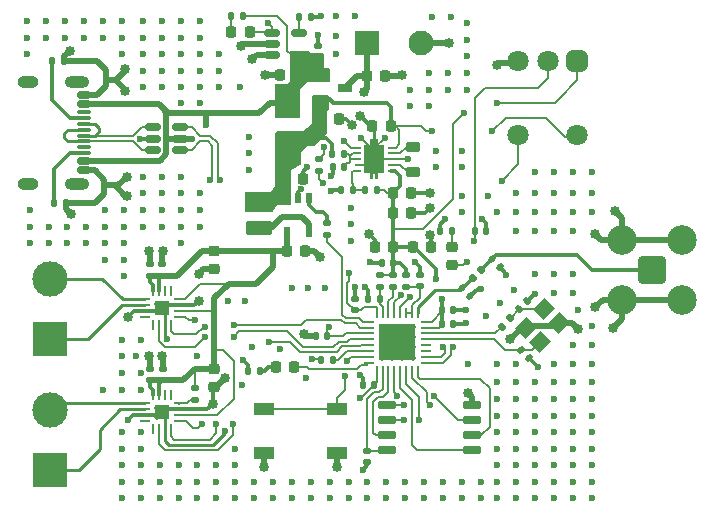
<source format=gtl>
G04 #@! TF.GenerationSoftware,KiCad,Pcbnew,7.0.8*
G04 #@! TF.CreationDate,2024-01-23T22:35:07+01:00*
G04 #@! TF.ProjectId,internet-radio-speaker,696e7465-726e-4657-942d-726164696f2d,rev?*
G04 #@! TF.SameCoordinates,Original*
G04 #@! TF.FileFunction,Copper,L1,Top*
G04 #@! TF.FilePolarity,Positive*
%FSLAX46Y46*%
G04 Gerber Fmt 4.6, Leading zero omitted, Abs format (unit mm)*
G04 Created by KiCad (PCBNEW 7.0.8) date 2024-01-23 22:35:07*
%MOMM*%
%LPD*%
G01*
G04 APERTURE LIST*
G04 Aperture macros list*
%AMRoundRect*
0 Rectangle with rounded corners*
0 $1 Rounding radius*
0 $2 $3 $4 $5 $6 $7 $8 $9 X,Y pos of 4 corners*
0 Add a 4 corners polygon primitive as box body*
4,1,4,$2,$3,$4,$5,$6,$7,$8,$9,$2,$3,0*
0 Add four circle primitives for the rounded corners*
1,1,$1+$1,$2,$3*
1,1,$1+$1,$4,$5*
1,1,$1+$1,$6,$7*
1,1,$1+$1,$8,$9*
0 Add four rect primitives between the rounded corners*
20,1,$1+$1,$2,$3,$4,$5,0*
20,1,$1+$1,$4,$5,$6,$7,0*
20,1,$1+$1,$6,$7,$8,$9,0*
20,1,$1+$1,$8,$9,$2,$3,0*%
%AMRotRect*
0 Rectangle, with rotation*
0 The origin of the aperture is its center*
0 $1 length*
0 $2 width*
0 $3 Rotation angle, in degrees counterclockwise*
0 Add horizontal line*
21,1,$1,$2,0,0,$3*%
%AMFreePoly0*
4,1,21,-0.125000,1.200000,0.125000,1.200000,0.125000,1.700000,0.375000,1.700000,0.375000,1.200000,0.825000,1.200000,0.825000,-1.200000,0.375000,-1.200000,0.375000,-1.700000,0.125000,-1.700000,0.125000,-1.200000,-0.125000,-1.200000,-0.125000,-1.700000,-0.375000,-1.700000,-0.375000,-1.200000,-0.825000,-1.200000,-0.825000,1.200000,-0.375000,1.200000,-0.375000,1.700000,-0.125000,1.700000,
-0.125000,1.200000,-0.125000,1.200000,$1*%
G04 Aperture macros list end*
G04 #@! TA.AperFunction,SMDPad,CuDef*
%ADD10R,1.200000X0.650000*%
G04 #@! TD*
G04 #@! TA.AperFunction,ComponentPad*
%ADD11R,3.000000X3.000000*%
G04 #@! TD*
G04 #@! TA.AperFunction,ComponentPad*
%ADD12C,3.000000*%
G04 #@! TD*
G04 #@! TA.AperFunction,SMDPad,CuDef*
%ADD13RoundRect,0.135000X-0.135000X-0.185000X0.135000X-0.185000X0.135000X0.185000X-0.135000X0.185000X0*%
G04 #@! TD*
G04 #@! TA.AperFunction,SMDPad,CuDef*
%ADD14RoundRect,0.135000X0.185000X-0.135000X0.185000X0.135000X-0.185000X0.135000X-0.185000X-0.135000X0*%
G04 #@! TD*
G04 #@! TA.AperFunction,SMDPad,CuDef*
%ADD15RoundRect,0.225000X-0.250000X0.225000X-0.250000X-0.225000X0.250000X-0.225000X0.250000X0.225000X0*%
G04 #@! TD*
G04 #@! TA.AperFunction,SMDPad,CuDef*
%ADD16RoundRect,0.140000X0.140000X0.170000X-0.140000X0.170000X-0.140000X-0.170000X0.140000X-0.170000X0*%
G04 #@! TD*
G04 #@! TA.AperFunction,SMDPad,CuDef*
%ADD17RoundRect,0.135000X0.135000X0.185000X-0.135000X0.185000X-0.135000X-0.185000X0.135000X-0.185000X0*%
G04 #@! TD*
G04 #@! TA.AperFunction,SMDPad,CuDef*
%ADD18RoundRect,0.140000X0.170000X-0.140000X0.170000X0.140000X-0.170000X0.140000X-0.170000X-0.140000X0*%
G04 #@! TD*
G04 #@! TA.AperFunction,SMDPad,CuDef*
%ADD19RoundRect,0.140000X-0.140000X-0.170000X0.140000X-0.170000X0.140000X0.170000X-0.140000X0.170000X0*%
G04 #@! TD*
G04 #@! TA.AperFunction,SMDPad,CuDef*
%ADD20RoundRect,0.150000X-0.425000X0.150000X-0.425000X-0.150000X0.425000X-0.150000X0.425000X0.150000X0*%
G04 #@! TD*
G04 #@! TA.AperFunction,SMDPad,CuDef*
%ADD21RoundRect,0.075000X-0.500000X0.075000X-0.500000X-0.075000X0.500000X-0.075000X0.500000X0.075000X0*%
G04 #@! TD*
G04 #@! TA.AperFunction,ComponentPad*
%ADD22O,2.100000X1.000000*%
G04 #@! TD*
G04 #@! TA.AperFunction,ComponentPad*
%ADD23O,1.800000X1.000000*%
G04 #@! TD*
G04 #@! TA.AperFunction,SMDPad,CuDef*
%ADD24RoundRect,0.135000X0.035355X-0.226274X0.226274X-0.035355X-0.035355X0.226274X-0.226274X0.035355X0*%
G04 #@! TD*
G04 #@! TA.AperFunction,SMDPad,CuDef*
%ADD25R,0.600000X0.240000*%
G04 #@! TD*
G04 #@! TA.AperFunction,ComponentPad*
%ADD26C,0.500000*%
G04 #@! TD*
G04 #@! TA.AperFunction,SMDPad,CuDef*
%ADD27FreePoly0,180.000000*%
G04 #@! TD*
G04 #@! TA.AperFunction,SMDPad,CuDef*
%ADD28RotRect,1.400000X1.200000X225.000000*%
G04 #@! TD*
G04 #@! TA.AperFunction,SMDPad,CuDef*
%ADD29RoundRect,0.062500X-0.062500X0.375000X-0.062500X-0.375000X0.062500X-0.375000X0.062500X0.375000X0*%
G04 #@! TD*
G04 #@! TA.AperFunction,SMDPad,CuDef*
%ADD30RoundRect,0.062500X-0.375000X0.062500X-0.375000X-0.062500X0.375000X-0.062500X0.375000X0.062500X0*%
G04 #@! TD*
G04 #@! TA.AperFunction,SMDPad,CuDef*
%ADD31R,3.100000X3.100000*%
G04 #@! TD*
G04 #@! TA.AperFunction,SMDPad,CuDef*
%ADD32RoundRect,0.135000X-0.185000X0.135000X-0.185000X-0.135000X0.185000X-0.135000X0.185000X0.135000X0*%
G04 #@! TD*
G04 #@! TA.AperFunction,SMDPad,CuDef*
%ADD33RoundRect,0.225000X-0.225000X-0.250000X0.225000X-0.250000X0.225000X0.250000X-0.225000X0.250000X0*%
G04 #@! TD*
G04 #@! TA.AperFunction,SMDPad,CuDef*
%ADD34R,1.800000X1.100000*%
G04 #@! TD*
G04 #@! TA.AperFunction,SMDPad,CuDef*
%ADD35RoundRect,0.250000X-0.850000X0.375000X-0.850000X-0.375000X0.850000X-0.375000X0.850000X0.375000X0*%
G04 #@! TD*
G04 #@! TA.AperFunction,SMDPad,CuDef*
%ADD36RoundRect,0.150000X0.650000X0.150000X-0.650000X0.150000X-0.650000X-0.150000X0.650000X-0.150000X0*%
G04 #@! TD*
G04 #@! TA.AperFunction,SMDPad,CuDef*
%ADD37RoundRect,0.147500X-0.172500X0.147500X-0.172500X-0.147500X0.172500X-0.147500X0.172500X0.147500X0*%
G04 #@! TD*
G04 #@! TA.AperFunction,SMDPad,CuDef*
%ADD38RoundRect,0.140000X-0.219203X-0.021213X-0.021213X-0.219203X0.219203X0.021213X0.021213X0.219203X0*%
G04 #@! TD*
G04 #@! TA.AperFunction,SMDPad,CuDef*
%ADD39R,0.600000X0.900000*%
G04 #@! TD*
G04 #@! TA.AperFunction,ComponentPad*
%ADD40RoundRect,0.250001X-0.799999X-0.799999X0.799999X-0.799999X0.799999X0.799999X-0.799999X0.799999X0*%
G04 #@! TD*
G04 #@! TA.AperFunction,ComponentPad*
%ADD41C,2.100000*%
G04 #@! TD*
G04 #@! TA.AperFunction,SMDPad,CuDef*
%ADD42RoundRect,0.140000X0.021213X-0.219203X0.219203X-0.021213X-0.021213X0.219203X-0.219203X0.021213X0*%
G04 #@! TD*
G04 #@! TA.AperFunction,SMDPad,CuDef*
%ADD43RoundRect,0.218750X-0.256250X0.218750X-0.256250X-0.218750X0.256250X-0.218750X0.256250X0.218750X0*%
G04 #@! TD*
G04 #@! TA.AperFunction,SMDPad,CuDef*
%ADD44RoundRect,0.225000X0.225000X0.250000X-0.225000X0.250000X-0.225000X-0.250000X0.225000X-0.250000X0*%
G04 #@! TD*
G04 #@! TA.AperFunction,SMDPad,CuDef*
%ADD45RoundRect,0.218750X-0.218750X-0.256250X0.218750X-0.256250X0.218750X0.256250X-0.218750X0.256250X0*%
G04 #@! TD*
G04 #@! TA.AperFunction,SMDPad,CuDef*
%ADD46RoundRect,0.250000X0.650000X-1.000000X0.650000X1.000000X-0.650000X1.000000X-0.650000X-1.000000X0*%
G04 #@! TD*
G04 #@! TA.AperFunction,SMDPad,CuDef*
%ADD47RoundRect,0.150000X-0.512500X-0.150000X0.512500X-0.150000X0.512500X0.150000X-0.512500X0.150000X0*%
G04 #@! TD*
G04 #@! TA.AperFunction,SMDPad,CuDef*
%ADD48RoundRect,0.218750X0.381250X-0.218750X0.381250X0.218750X-0.381250X0.218750X-0.381250X-0.218750X0*%
G04 #@! TD*
G04 #@! TA.AperFunction,ComponentPad*
%ADD49C,1.800000*%
G04 #@! TD*
G04 #@! TA.AperFunction,ComponentPad*
%ADD50RoundRect,0.450000X0.450000X-0.450000X0.450000X0.450000X-0.450000X0.450000X-0.450000X-0.450000X0*%
G04 #@! TD*
G04 #@! TA.AperFunction,SMDPad,CuDef*
%ADD51RoundRect,0.218750X0.218750X0.256250X-0.218750X0.256250X-0.218750X-0.256250X0.218750X-0.256250X0*%
G04 #@! TD*
G04 #@! TA.AperFunction,SMDPad,CuDef*
%ADD52RoundRect,0.140000X-0.170000X0.140000X-0.170000X-0.140000X0.170000X-0.140000X0.170000X0.140000X0*%
G04 #@! TD*
G04 #@! TA.AperFunction,SMDPad,CuDef*
%ADD53RoundRect,0.062500X0.350000X0.062500X-0.350000X0.062500X-0.350000X-0.062500X0.350000X-0.062500X0*%
G04 #@! TD*
G04 #@! TA.AperFunction,SMDPad,CuDef*
%ADD54RoundRect,0.062500X0.062500X0.350000X-0.062500X0.350000X-0.062500X-0.350000X0.062500X-0.350000X0*%
G04 #@! TD*
G04 #@! TA.AperFunction,SMDPad,CuDef*
%ADD55R,1.230000X1.230000*%
G04 #@! TD*
G04 #@! TA.AperFunction,ComponentPad*
%ADD56C,2.500000*%
G04 #@! TD*
G04 #@! TA.AperFunction,ComponentPad*
%ADD57RoundRect,0.200100X-0.949900X0.949900X-0.949900X-0.949900X0.949900X-0.949900X0.949900X0.949900X0*%
G04 #@! TD*
G04 #@! TA.AperFunction,SMDPad,CuDef*
%ADD58RoundRect,0.147500X0.017678X-0.226274X0.226274X-0.017678X-0.017678X0.226274X-0.226274X0.017678X0*%
G04 #@! TD*
G04 #@! TA.AperFunction,ViaPad*
%ADD59C,0.600000*%
G04 #@! TD*
G04 #@! TA.AperFunction,ViaPad*
%ADD60C,0.850000*%
G04 #@! TD*
G04 #@! TA.AperFunction,Conductor*
%ADD61C,0.200000*%
G04 #@! TD*
G04 #@! TA.AperFunction,Conductor*
%ADD62C,0.300000*%
G04 #@! TD*
G04 #@! TA.AperFunction,Conductor*
%ADD63C,0.500000*%
G04 #@! TD*
G04 #@! TA.AperFunction,Conductor*
%ADD64C,0.250000*%
G04 #@! TD*
G04 #@! TA.AperFunction,Conductor*
%ADD65C,0.286004*%
G04 #@! TD*
G04 #@! TA.AperFunction,Conductor*
%ADD66C,0.349300*%
G04 #@! TD*
G04 #@! TA.AperFunction,Conductor*
%ADD67C,0.156500*%
G04 #@! TD*
G04 APERTURE END LIST*
D10*
X135425000Y-96285000D03*
X135425000Y-98205000D03*
X137525000Y-97245000D03*
D11*
X112550000Y-118485000D03*
D12*
X112550000Y-113405000D03*
D11*
X112550000Y-129610000D03*
D12*
X112550000Y-124530000D03*
D13*
X137165000Y-105945000D03*
X138185000Y-105945000D03*
X145540000Y-109345000D03*
X146560000Y-109345000D03*
D14*
X141550000Y-114115000D03*
X141550000Y-113095000D03*
D13*
X112890000Y-107000000D03*
X113910000Y-107000000D03*
D15*
X126425000Y-111045000D03*
X126425000Y-112595000D03*
D16*
X140435000Y-115120000D03*
X139475000Y-115120000D03*
D17*
X137435000Y-102845000D03*
X136415000Y-102845000D03*
D18*
X120950000Y-113165000D03*
X120950000Y-112205000D03*
D13*
X139215000Y-105945000D03*
X140235000Y-105945000D03*
D19*
X145720000Y-116100000D03*
X146680000Y-116100000D03*
D20*
X115380000Y-97845000D03*
X115380000Y-98645000D03*
D21*
X115380000Y-99795000D03*
X115380000Y-100795000D03*
X115380000Y-101295000D03*
X115380000Y-102295000D03*
D20*
X115380000Y-103445000D03*
X115380000Y-104245000D03*
X115380000Y-104245000D03*
X115380000Y-103445000D03*
D21*
X115380000Y-102795000D03*
X115380000Y-101795000D03*
X115380000Y-100295000D03*
X115380000Y-99295000D03*
D20*
X115380000Y-98645000D03*
X115380000Y-97845000D03*
D22*
X114805000Y-96725000D03*
D23*
X110625000Y-96725000D03*
D22*
X114805000Y-105365000D03*
D23*
X110625000Y-105365000D03*
D14*
X135225000Y-94765000D03*
X135225000Y-93745000D03*
D15*
X126425000Y-121020000D03*
X126425000Y-122570000D03*
D24*
X150764965Y-117470659D03*
X151486213Y-116749411D03*
D25*
X141365000Y-104315000D03*
X141365000Y-103815000D03*
X141365000Y-103315000D03*
X141365000Y-102815000D03*
X141365000Y-102315000D03*
X138565000Y-102315000D03*
X138565000Y-102815000D03*
X138565000Y-103315000D03*
X138565000Y-103815000D03*
X138565000Y-104315000D03*
D26*
X140540000Y-103315000D03*
X139965000Y-104265000D03*
D27*
X139965000Y-103315000D03*
D26*
X139965000Y-102365000D03*
X139390000Y-103315000D03*
D28*
X154377366Y-116000553D03*
X152821731Y-117556188D03*
X154023812Y-118758269D03*
X155579447Y-117202634D03*
D29*
X143675000Y-116360000D03*
X143175000Y-116360000D03*
X142675000Y-116360000D03*
X142175000Y-116360000D03*
X141675000Y-116360000D03*
X141175000Y-116360000D03*
X140675000Y-116360000D03*
X140175000Y-116360000D03*
D30*
X139487500Y-117047500D03*
X139487500Y-117547500D03*
X139487500Y-118047500D03*
X139487500Y-118547500D03*
X139487500Y-119047500D03*
X139487500Y-119547500D03*
X139487500Y-120047500D03*
X139487500Y-120547500D03*
D29*
X140175000Y-121235000D03*
X140675000Y-121235000D03*
X141175000Y-121235000D03*
X141675000Y-121235000D03*
X142175000Y-121235000D03*
X142675000Y-121235000D03*
X143175000Y-121235000D03*
X143675000Y-121235000D03*
D30*
X144362500Y-120547500D03*
X144362500Y-120047500D03*
X144362500Y-119547500D03*
X144362500Y-119047500D03*
X144362500Y-118547500D03*
X144362500Y-118047500D03*
X144362500Y-117547500D03*
X144362500Y-117047500D03*
D26*
X143225000Y-117497500D03*
X142358333Y-117497500D03*
X141491667Y-117497500D03*
X140625000Y-117497500D03*
X143225000Y-118364167D03*
X142358333Y-118364167D03*
X141491667Y-118364167D03*
X140625000Y-118364167D03*
D31*
X141925000Y-118797500D03*
D26*
X143225000Y-119230833D03*
X142358333Y-119230833D03*
X141491667Y-119230833D03*
X140625000Y-119230833D03*
X143225000Y-120097500D03*
X142358333Y-120097500D03*
X141491667Y-120097500D03*
X140625000Y-120097500D03*
D32*
X124775000Y-123710000D03*
X124775000Y-122690000D03*
D13*
X127835000Y-91145000D03*
X128855000Y-91145000D03*
D33*
X135450000Y-99895000D03*
X137000000Y-99895000D03*
D34*
X130600000Y-124450000D03*
X136800000Y-124450000D03*
X130600000Y-128150000D03*
X136800000Y-128150000D03*
D33*
X141550000Y-106195000D03*
X143100000Y-106195000D03*
X143225000Y-110745000D03*
X144775000Y-110745000D03*
D17*
X136510000Y-120300000D03*
X135490000Y-120300000D03*
D35*
X130225000Y-106945000D03*
X130225000Y-109095000D03*
D13*
X129290000Y-121200000D03*
X130310000Y-121200000D03*
D36*
X141025000Y-127950000D03*
X141025000Y-126680000D03*
X141025000Y-125410000D03*
X141025000Y-124140000D03*
X148225000Y-124140000D03*
X148225000Y-125410000D03*
X148225000Y-126680000D03*
X148225000Y-127950000D03*
D37*
X142675000Y-113110000D03*
X142675000Y-114080000D03*
D16*
X141555000Y-112045000D03*
X140595000Y-112045000D03*
D33*
X139350000Y-96245000D03*
X140900000Y-96245000D03*
D38*
X147413084Y-114213084D03*
X148091906Y-114891906D03*
D16*
X136000000Y-118300000D03*
X135040000Y-118300000D03*
D18*
X120950000Y-121980000D03*
X120950000Y-121020000D03*
D39*
X134475000Y-106620000D03*
X133525000Y-106620000D03*
X132575000Y-106620000D03*
X132575000Y-109420000D03*
X134475000Y-109420000D03*
D40*
X139350000Y-93500000D03*
D41*
X143950000Y-93500000D03*
D16*
X137405000Y-103945000D03*
X136445000Y-103945000D03*
D42*
X152261178Y-116018822D03*
X152940000Y-115340000D03*
D43*
X146550000Y-110707500D03*
X146550000Y-112282500D03*
D19*
X148470000Y-109350000D03*
X149430000Y-109350000D03*
D13*
X133584223Y-91236452D03*
X134604223Y-91236452D03*
D44*
X141350000Y-100495000D03*
X139800000Y-100495000D03*
D45*
X131612500Y-120900000D03*
X133187500Y-120900000D03*
D44*
X141550000Y-110745000D03*
X140000000Y-110745000D03*
D33*
X141550000Y-107845000D03*
X143100000Y-107845000D03*
X132575000Y-111045000D03*
X134125000Y-111045000D03*
D19*
X145720000Y-117245000D03*
X146680000Y-117245000D03*
D38*
X152360589Y-119460589D03*
X153039411Y-120139411D03*
D46*
X132625000Y-102545000D03*
X132625000Y-98545000D03*
D44*
X133575000Y-96126632D03*
X132025000Y-96126632D03*
D33*
X132400000Y-104995000D03*
X133950000Y-104995000D03*
D47*
X123537500Y-100600000D03*
X123537500Y-101550000D03*
X123537500Y-102500000D03*
X121262500Y-102500000D03*
X121262500Y-101550000D03*
X121262500Y-100600000D03*
D18*
X122049999Y-121980000D03*
X122049999Y-121020000D03*
D14*
X135975000Y-109705000D03*
X135975000Y-108685000D03*
D48*
X143225000Y-104357500D03*
X143225000Y-102232500D03*
D13*
X112690000Y-95000000D03*
X113710000Y-95000000D03*
D49*
X152180000Y-101274700D03*
X157180000Y-101274700D03*
X152180000Y-95024700D03*
X154680000Y-95024700D03*
D50*
X157180000Y-95024700D03*
D51*
X127837500Y-92545000D03*
X129412500Y-92545000D03*
D52*
X139375000Y-127965000D03*
X139375000Y-128925000D03*
D38*
X149908094Y-111784871D03*
X150586916Y-112463693D03*
D53*
X123412500Y-125475000D03*
X123412500Y-124975000D03*
X123412500Y-124475000D03*
X123412500Y-123975000D03*
D54*
X122725000Y-123287500D03*
X122225000Y-123287500D03*
X121725000Y-123287500D03*
X121225000Y-123287500D03*
D53*
X120537500Y-123975000D03*
X120537500Y-124475000D03*
X120537500Y-124975000D03*
X120537500Y-125475000D03*
D54*
X121225000Y-126162500D03*
X121725000Y-126162500D03*
X122225000Y-126162500D03*
X122725000Y-126162500D03*
D26*
X122340000Y-125090000D03*
X122340000Y-124360000D03*
D55*
X121975000Y-124725000D03*
D26*
X121610000Y-125090000D03*
X121610000Y-124360000D03*
D14*
X135300000Y-104310000D03*
X135300000Y-103290000D03*
D47*
X133600000Y-92595000D03*
X133600000Y-94495000D03*
X131325000Y-94495000D03*
X131325000Y-93545000D03*
X131325000Y-92595000D03*
D32*
X140425000Y-113085000D03*
X140425000Y-114105000D03*
D16*
X139980000Y-122395000D03*
X139020000Y-122395000D03*
D18*
X143825000Y-114075000D03*
X143825000Y-113115000D03*
D53*
X123412500Y-116660000D03*
X123412500Y-116160000D03*
X123412500Y-115660000D03*
X123412500Y-115160000D03*
D54*
X122725000Y-114472500D03*
X122225000Y-114472500D03*
X121725000Y-114472500D03*
X121225000Y-114472500D03*
D53*
X120537500Y-115160000D03*
X120537500Y-115660000D03*
X120537500Y-116160000D03*
X120537500Y-116660000D03*
D54*
X121225000Y-117347500D03*
X121725000Y-117347500D03*
X122225000Y-117347500D03*
X122725000Y-117347500D03*
D26*
X122340000Y-116275000D03*
X122340000Y-115545000D03*
D55*
X121975000Y-115910000D03*
D26*
X121610000Y-116275000D03*
X121610000Y-115545000D03*
D18*
X138300000Y-116075000D03*
X138300000Y-115115000D03*
X122025000Y-113160000D03*
X122025000Y-112200000D03*
D56*
X160960000Y-115180000D03*
X166040000Y-115180000D03*
X160960000Y-110100000D03*
X166040000Y-110100000D03*
D57*
X163500000Y-112640000D03*
D58*
X148365147Y-113327818D03*
X149051041Y-112641924D03*
D59*
X110800000Y-109000000D03*
X137800000Y-130600000D03*
D60*
X130700000Y-96200000D03*
D59*
X126600000Y-129200000D03*
X110800000Y-107600000D03*
X149400000Y-116600000D03*
X126600000Y-132000000D03*
X120200000Y-129200000D03*
X152000000Y-130600000D03*
X132000000Y-119400000D03*
X143400000Y-112000000D03*
D60*
X135400000Y-111600000D03*
D59*
X135500000Y-91200000D03*
X150400000Y-122200000D03*
X156800000Y-127800000D03*
X118600000Y-91600000D03*
X126800000Y-94400000D03*
X123600000Y-93000000D03*
X118600000Y-130600000D03*
X120200000Y-121400000D03*
X128200000Y-132000000D03*
X118600000Y-93000000D03*
X134200000Y-121800000D03*
X149050000Y-114250000D03*
X110600000Y-93000000D03*
X129400000Y-104200000D03*
X122000000Y-104800000D03*
D60*
X146325000Y-93500000D03*
D59*
X125200000Y-94400000D03*
X117000000Y-91600000D03*
X142600000Y-132000000D03*
D60*
X130600000Y-129400000D03*
D59*
X146450000Y-91250000D03*
X117200000Y-110400000D03*
X156800000Y-114600000D03*
X139400000Y-132000000D03*
X123600000Y-94400000D03*
D60*
X160350000Y-107650000D03*
D59*
X118600000Y-120000000D03*
X119100000Y-125400000D03*
X122000000Y-109000000D03*
X158400000Y-106200000D03*
D60*
X144700000Y-107400000D03*
D59*
X117000000Y-122800000D03*
X121800000Y-130600000D03*
X147400000Y-104000000D03*
X115400000Y-93000000D03*
X118600000Y-94400000D03*
D60*
X122000000Y-120000000D03*
D59*
X144600000Y-98800000D03*
X140850000Y-101500000D03*
D60*
X144700000Y-109700000D03*
X138800000Y-99600000D03*
D59*
X125200000Y-109000000D03*
X135799999Y-114200000D03*
X156800000Y-107800000D03*
X147900000Y-120600000D03*
X128200000Y-127800000D03*
X129400000Y-102800000D03*
X125000000Y-132000000D03*
X155200000Y-109400000D03*
X121800000Y-129200000D03*
X110600000Y-91600000D03*
X153600000Y-126400000D03*
X118600000Y-129200000D03*
X136200000Y-132000000D03*
X155200000Y-123600000D03*
X152000000Y-106200000D03*
X155200000Y-106200000D03*
X134300000Y-104000000D03*
X128600000Y-97200000D03*
X150400000Y-125000000D03*
X150400000Y-126400000D03*
X125000000Y-129200000D03*
X141000000Y-132000000D03*
D60*
X119100000Y-116700000D03*
D59*
X125200000Y-91600000D03*
X138300000Y-114100000D03*
X112200000Y-91600000D03*
X119800000Y-120000000D03*
X155200000Y-104400000D03*
X120170242Y-101553671D03*
X112200000Y-93000000D03*
X152000000Y-107800000D03*
X152000000Y-127800000D03*
X156800000Y-130600000D03*
D60*
X139500000Y-109600000D03*
D59*
X138800000Y-121600000D03*
X121800000Y-132000000D03*
X158400000Y-129200000D03*
X147800000Y-96000000D03*
X120400000Y-106200000D03*
X150400000Y-127800000D03*
X142600000Y-130600000D03*
X136200000Y-130600000D03*
X122000000Y-91600000D03*
D60*
X144700000Y-106200000D03*
D59*
X147700000Y-116100000D03*
X158400000Y-122200000D03*
X120400000Y-109000000D03*
D60*
X120900000Y-111100000D03*
D59*
X115600000Y-109000000D03*
X158400000Y-119000000D03*
D60*
X128700000Y-93700000D03*
D59*
X129400000Y-101400000D03*
X117000000Y-93000000D03*
D60*
X122100000Y-111100000D03*
D59*
X125200000Y-97200000D03*
X150400000Y-123600000D03*
X117200000Y-107600000D03*
D60*
X157200000Y-117700000D03*
D59*
X147400000Y-102600000D03*
X127300000Y-126300000D03*
X158400000Y-132000000D03*
X156800000Y-109400000D03*
X147800000Y-91800000D03*
X143000000Y-98800000D03*
X118800000Y-107600000D03*
X129800000Y-132000000D03*
X135200000Y-92800000D03*
X139200000Y-114100000D03*
D60*
X120900000Y-120000000D03*
D59*
X120400000Y-95800000D03*
X158400000Y-125000000D03*
X128800000Y-122400000D03*
D60*
X114300000Y-107900000D03*
D59*
X147400000Y-106400000D03*
X155200000Y-132000000D03*
D60*
X147900000Y-123100000D03*
D59*
X145200000Y-104000000D03*
X153600000Y-109400000D03*
D60*
X138100000Y-100400000D03*
D59*
X158400000Y-107800000D03*
X153600000Y-127800000D03*
X123600000Y-106200000D03*
X134400000Y-114200000D03*
D60*
X136800000Y-129400000D03*
D59*
X128200000Y-129200000D03*
X110600000Y-94400000D03*
X153600000Y-132000000D03*
X127600001Y-115300000D03*
X120400000Y-97200000D03*
X143000000Y-97400000D03*
X138000000Y-107400000D03*
D60*
X127375500Y-121800000D03*
D59*
X146000000Y-108400000D03*
X149100000Y-108400000D03*
X118600000Y-121400000D03*
X145800000Y-132000000D03*
X125200000Y-95800000D03*
X155200000Y-113000000D03*
X138000000Y-110200000D03*
X151800000Y-114400000D03*
X117200000Y-109000000D03*
X149000000Y-132000000D03*
X147400000Y-107800000D03*
D60*
X125100000Y-113000000D03*
D59*
X112400000Y-109000000D03*
X118600000Y-126400000D03*
X147800000Y-93200000D03*
X152000000Y-109400000D03*
X158400000Y-123600000D03*
X139000000Y-129600000D03*
X134600000Y-130600000D03*
X120200000Y-118600000D03*
X150400000Y-107800000D03*
X120200000Y-130600000D03*
X139400000Y-130600000D03*
X155200000Y-126400000D03*
X122400000Y-118500000D03*
X156800000Y-104400000D03*
X133000001Y-114200000D03*
X153600000Y-113000000D03*
D60*
X160200000Y-117600000D03*
D59*
X153600589Y-114679411D03*
X118800000Y-113200000D03*
X136725000Y-92825000D03*
X155200000Y-130600000D03*
X125200000Y-98550000D03*
X156800000Y-129200000D03*
X136300000Y-104700000D03*
X138000000Y-108800000D03*
X152000000Y-132000000D03*
X113800000Y-93000000D03*
X157200000Y-116100000D03*
X113800000Y-91600000D03*
X150400000Y-132000000D03*
X156800000Y-113000000D03*
D60*
X134000000Y-118100000D03*
D59*
X155200000Y-129200000D03*
X115600000Y-110400000D03*
X138350000Y-91200000D03*
X117200000Y-111800000D03*
X139600000Y-112000000D03*
X155200000Y-120600000D03*
X125200000Y-106200000D03*
D60*
X142300000Y-96200000D03*
D59*
X152000000Y-129200000D03*
X155200000Y-107800000D03*
X152000000Y-120600000D03*
X122000000Y-93000000D03*
X125200000Y-107600000D03*
X118600000Y-132000000D03*
X123400000Y-129200000D03*
X123400000Y-130600000D03*
X137800000Y-132000000D03*
X155200000Y-114600000D03*
X156800000Y-122200000D03*
X122000000Y-94400000D03*
X118600000Y-127800000D03*
X122000000Y-97200000D03*
X120200000Y-126400000D03*
X133000000Y-132000000D03*
X118600000Y-118600000D03*
X153600000Y-104400000D03*
X123600000Y-107600000D03*
X156800000Y-132000000D03*
X153600000Y-125000000D03*
X123600000Y-97200000D03*
X123600000Y-91600000D03*
X149000000Y-130600000D03*
D60*
X119000000Y-104800000D03*
D59*
X153600000Y-123600000D03*
X122000000Y-106200000D03*
X122000000Y-107600000D03*
X153600000Y-106200000D03*
X129000000Y-115300000D03*
X123400000Y-132000000D03*
X156800000Y-106200000D03*
X147700000Y-117200000D03*
X120200000Y-127800000D03*
X147400000Y-132000000D03*
X153800000Y-120900000D03*
X151152602Y-113100090D03*
X126800000Y-95800000D03*
X128200000Y-130600000D03*
X158400000Y-120600000D03*
X145800000Y-130600000D03*
X147800000Y-94600000D03*
X156800000Y-120600000D03*
X110800000Y-110400000D03*
X112400000Y-110400000D03*
X123600000Y-95800000D03*
X155200000Y-127800000D03*
X125000000Y-130600000D03*
D60*
X114200000Y-94100000D03*
X118900000Y-97500000D03*
X126300000Y-124000000D03*
D59*
X120200000Y-122800000D03*
X120400000Y-93000000D03*
X123600000Y-104800000D03*
X156800000Y-126400000D03*
X152000000Y-125000000D03*
X123600000Y-109000000D03*
X155200000Y-122200000D03*
X141000000Y-130600000D03*
X118600000Y-122800000D03*
X118800000Y-111800000D03*
X125200000Y-93000000D03*
X150600000Y-115500000D03*
X136725000Y-94425000D03*
D60*
X158700000Y-109600000D03*
D59*
X115400000Y-91600000D03*
X155200000Y-125000000D03*
X147400000Y-130600000D03*
X145200000Y-102600000D03*
X126600000Y-130600000D03*
X153600000Y-122200000D03*
D60*
X125100000Y-115300000D03*
D59*
X123600000Y-110400000D03*
X123600000Y-98550000D03*
X120400000Y-94400000D03*
X156800000Y-119000000D03*
X118800000Y-109000000D03*
X128900000Y-120300000D03*
X120400000Y-104800000D03*
X136268781Y-105949500D03*
X144850000Y-91250000D03*
X131400000Y-132000000D03*
X122000000Y-95800000D03*
D60*
X158700000Y-115800000D03*
D59*
X146200000Y-97400000D03*
X118800000Y-110400000D03*
X146200000Y-96000000D03*
D60*
X151500000Y-118500000D03*
D59*
X120200000Y-132000000D03*
X158400000Y-130600000D03*
X153600000Y-107800000D03*
X152000000Y-126400000D03*
X144200000Y-132000000D03*
X126800000Y-97200000D03*
X150400000Y-130600000D03*
X156800000Y-123600000D03*
X150400000Y-129200000D03*
X153600000Y-129200000D03*
X147800000Y-97400000D03*
X153600000Y-130600000D03*
X125000000Y-120000000D03*
X150400000Y-120600000D03*
X144200000Y-130600000D03*
X158400000Y-104400000D03*
X131400000Y-130600000D03*
X120400000Y-107600000D03*
X138850000Y-101500000D03*
D60*
X150400000Y-95300000D03*
D59*
X158400000Y-126400000D03*
X114000000Y-110400000D03*
X152000000Y-123600000D03*
D60*
X118900000Y-95700000D03*
D59*
X133800000Y-105800000D03*
X158400000Y-127800000D03*
X136750000Y-91200000D03*
X129600000Y-119200000D03*
X133000000Y-130600000D03*
X142850000Y-103300000D03*
X120400000Y-91600000D03*
X114000000Y-109000000D03*
X134600000Y-132000000D03*
X149600000Y-106400000D03*
X144600000Y-97400000D03*
X152000000Y-122200000D03*
X158400000Y-117400000D03*
X156800000Y-125000000D03*
X129800000Y-130600000D03*
X144600000Y-96000000D03*
D60*
X119000000Y-106400000D03*
D59*
X125700000Y-100400000D03*
X124500000Y-101600000D03*
X131000000Y-91800000D03*
X137874500Y-112900000D03*
X149950000Y-100950000D03*
X144900000Y-100950000D03*
X134705548Y-120255411D03*
X150400000Y-98550000D03*
X145700000Y-115100000D03*
X145200000Y-113400000D03*
X136100000Y-117500000D03*
X147550000Y-99400000D03*
X138784750Y-123497290D03*
X148450000Y-110200000D03*
X142200000Y-114800000D03*
X131025000Y-118750000D03*
X125425000Y-125700000D03*
X124800000Y-116925000D03*
X125675500Y-118350000D03*
X128100000Y-118325000D03*
X127975000Y-125750000D03*
X125625000Y-117475000D03*
X128075000Y-117300000D03*
X126575000Y-125750000D03*
X150750000Y-105150000D03*
X135650000Y-105350000D03*
X141939831Y-123307242D03*
X145000000Y-123350000D03*
X143800000Y-125350000D03*
X142450000Y-125350000D03*
X144700000Y-124150000D03*
X142450000Y-124150000D03*
X137500000Y-121650000D03*
X137700000Y-120350000D03*
X145793031Y-119209426D03*
X126074999Y-105075000D03*
X146643031Y-119209426D03*
X126924999Y-105075000D03*
D60*
X139100000Y-97600000D03*
X129650000Y-94850000D03*
D59*
X137400000Y-101750000D03*
X135700000Y-102250000D03*
X147800000Y-112000000D03*
X143000000Y-114950000D03*
D61*
X136800000Y-124450000D02*
X130600000Y-124450000D01*
D62*
X139800000Y-100495000D02*
X139695000Y-100495000D01*
X144775000Y-110745000D02*
X144775000Y-109775000D01*
D63*
X118900000Y-97400000D02*
X118900000Y-97500000D01*
X152988889Y-117389030D02*
X155393051Y-117389030D01*
D62*
X122225000Y-124475000D02*
X121975000Y-124725000D01*
X146680000Y-117245000D02*
X147655000Y-117245000D01*
X129290000Y-120690000D02*
X128900000Y-120300000D01*
D63*
X120950000Y-112205000D02*
X120950000Y-111150000D01*
D62*
X139475000Y-114375000D02*
X139200000Y-114100000D01*
D61*
X126425000Y-122570000D02*
X126605500Y-122570000D01*
D63*
X159320000Y-115180000D02*
X158700000Y-115800000D01*
X160960000Y-110100000D02*
X160960000Y-108260000D01*
D62*
X121262500Y-101550000D02*
X120173913Y-101550000D01*
X144695000Y-106195000D02*
X144700000Y-106200000D01*
D61*
X135463548Y-91236452D02*
X135500000Y-91200000D01*
D63*
X152175000Y-95137500D02*
X150562500Y-95137500D01*
D62*
X148091906Y-114891906D02*
X148158094Y-114891906D01*
D63*
X143950000Y-93500000D02*
X146325000Y-93500000D01*
D64*
X122450000Y-127350000D02*
X122600000Y-127500000D01*
X122225000Y-127125000D02*
X122450000Y-127350000D01*
D62*
X119640000Y-116160000D02*
X119100000Y-116700000D01*
D63*
X140900000Y-96245000D02*
X142255000Y-96245000D01*
X120950000Y-120050000D02*
X120900000Y-120000000D01*
X117250000Y-96600000D02*
X118100000Y-96600000D01*
X135040000Y-118300000D02*
X134200000Y-118300000D01*
D64*
X126300000Y-127500000D02*
X127300000Y-126500000D01*
D62*
X149430000Y-108730000D02*
X149100000Y-108400000D01*
D63*
X141897500Y-118797500D02*
X140800000Y-117700000D01*
X141925000Y-118797500D02*
X141997500Y-118797500D01*
X160960000Y-116840000D02*
X160200000Y-117600000D01*
X126605500Y-122570000D02*
X127375500Y-121800000D01*
X150562500Y-95137500D02*
X150400000Y-95300000D01*
D62*
X149430000Y-109350000D02*
X149430000Y-108730000D01*
X136445000Y-103945000D02*
X136445000Y-104555000D01*
D63*
X117250000Y-97075000D02*
X117250000Y-96600000D01*
D62*
X145540000Y-108860000D02*
X146000000Y-108400000D01*
X148091906Y-114891906D02*
X148733812Y-114250000D01*
X133950000Y-104350000D02*
X134300000Y-104000000D01*
X145540000Y-109345000D02*
X145540000Y-108860000D01*
D63*
X134125000Y-111045000D02*
X134845000Y-111045000D01*
X118100000Y-96600000D02*
X118900000Y-95800000D01*
X118000000Y-105500000D02*
X118300000Y-105500000D01*
D62*
X144775000Y-109775000D02*
X144700000Y-109700000D01*
D63*
X160960000Y-108260000D02*
X160350000Y-107650000D01*
D62*
X136445000Y-104555000D02*
X136300000Y-104700000D01*
D63*
X113710000Y-94590000D02*
X114200000Y-94100000D01*
D62*
X134604223Y-91236452D02*
X135463548Y-91236452D01*
X143825000Y-112425000D02*
X143400000Y-112000000D01*
X140595000Y-112045000D02*
X139645000Y-112045000D01*
D63*
X125505000Y-112595000D02*
X125100000Y-113000000D01*
D64*
X139965000Y-102365000D02*
X139965000Y-102335000D01*
D63*
X113910000Y-107510000D02*
X114300000Y-107900000D01*
X117100000Y-105025000D02*
X116320000Y-104245000D01*
X160960000Y-115180000D02*
X160960000Y-116840000D01*
D62*
X123425000Y-115660000D02*
X124740000Y-115660000D01*
D63*
X134200000Y-118300000D02*
X134000000Y-118100000D01*
X152443812Y-117556188D02*
X151500000Y-118500000D01*
D62*
X120525000Y-124975000D02*
X119525000Y-124975000D01*
D63*
X141925000Y-118797500D02*
X141902500Y-118797500D01*
X117100000Y-106250000D02*
X117100000Y-105500000D01*
D62*
X139020000Y-122395000D02*
X139020000Y-121820000D01*
X148733812Y-114250000D02*
X149050000Y-114250000D01*
D63*
X118300000Y-105500000D02*
X119000000Y-104800000D01*
X130425000Y-127895000D02*
X130425000Y-128175000D01*
D61*
X135225000Y-92825000D02*
X135200000Y-92800000D01*
D64*
X122225000Y-126175000D02*
X122225000Y-124975000D01*
D63*
X142255000Y-96245000D02*
X142300000Y-96200000D01*
X122025000Y-111175000D02*
X122100000Y-111100000D01*
D62*
X120173913Y-101550000D02*
X120170242Y-101553671D01*
D63*
X136800000Y-128150000D02*
X136800000Y-129400000D01*
D62*
X123425000Y-124475000D02*
X125825000Y-124475000D01*
X136273281Y-105945000D02*
X136268781Y-105949500D01*
X146680000Y-116100000D02*
X147700000Y-116100000D01*
X139375000Y-129225000D02*
X139000000Y-129600000D01*
D61*
X142835000Y-103315000D02*
X142850000Y-103300000D01*
D63*
X160960000Y-110100000D02*
X159200000Y-110100000D01*
D62*
X147655000Y-117245000D02*
X147700000Y-117200000D01*
X133950000Y-104995000D02*
X133950000Y-104350000D01*
D61*
X141365000Y-103315000D02*
X140540000Y-103315000D01*
D63*
X155393051Y-117389030D02*
X155579447Y-117202634D01*
X120950000Y-111150000D02*
X120900000Y-111100000D01*
D62*
X137165000Y-105945000D02*
X136273281Y-105945000D01*
X140000000Y-110745000D02*
X140000000Y-110100000D01*
X126300000Y-124000000D02*
X126300000Y-122695000D01*
D63*
X136925000Y-127895000D02*
X136925000Y-128025000D01*
D62*
X125825000Y-124475000D02*
X126300000Y-124000000D01*
D64*
X122225000Y-117347500D02*
X122225000Y-118325000D01*
D62*
X137000000Y-99895000D02*
X137595000Y-99895000D01*
D64*
X122225000Y-118325000D02*
X122400000Y-118500000D01*
D62*
X144255000Y-107845000D02*
X144700000Y-107400000D01*
D63*
X148225000Y-124140000D02*
X148225000Y-123425000D01*
X148225000Y-123425000D02*
X147900000Y-123100000D01*
X132025000Y-96126632D02*
X130773368Y-96126632D01*
X159200000Y-110100000D02*
X158700000Y-109600000D01*
X118900000Y-106400000D02*
X119000000Y-106400000D01*
X116539991Y-95000000D02*
X117250000Y-95710009D01*
X152821731Y-117556188D02*
X152443812Y-117556188D01*
D62*
X151152602Y-113029379D02*
X151152602Y-113100090D01*
X137000000Y-99895000D02*
X137000000Y-100100000D01*
D63*
X122025000Y-112200000D02*
X122025000Y-111175000D01*
D62*
X121725000Y-124975000D02*
X121975000Y-124725000D01*
X139695000Y-100495000D02*
X138800000Y-99600000D01*
X120525000Y-124975000D02*
X121725000Y-124975000D01*
D63*
X116350000Y-107000000D02*
X117100000Y-106250000D01*
X120950000Y-121020000D02*
X120950000Y-120050000D01*
D62*
X123425000Y-115660000D02*
X122225000Y-115660000D01*
D63*
X113910000Y-107000000D02*
X116350000Y-107000000D01*
D61*
X126425000Y-122570000D02*
X126425000Y-122625000D01*
D63*
X141952000Y-118797500D02*
X143100000Y-117649500D01*
D62*
X143825000Y-113115000D02*
X143825000Y-112425000D01*
X120525000Y-116160000D02*
X121725000Y-116160000D01*
X139475000Y-115120000D02*
X139475000Y-114375000D01*
X133525000Y-106075000D02*
X133800000Y-105800000D01*
X133525000Y-106620000D02*
X133525000Y-106075000D01*
D61*
X139965000Y-102615000D02*
X138850000Y-101500000D01*
D64*
X139965000Y-100660000D02*
X139800000Y-100495000D01*
D62*
X140000000Y-110100000D02*
X139500000Y-109600000D01*
D63*
X152821731Y-117556188D02*
X152988889Y-117389030D01*
D62*
X122225000Y-115660000D02*
X121975000Y-115910000D01*
D64*
X122225000Y-126175000D02*
X122225000Y-127125000D01*
D62*
X129290000Y-121200000D02*
X129290000Y-120690000D01*
D63*
X166040000Y-115180000D02*
X160960000Y-115180000D01*
D61*
X138565000Y-103815000D02*
X139465000Y-103815000D01*
D63*
X118100000Y-96600000D02*
X118900000Y-97400000D01*
X166040000Y-110100000D02*
X160960000Y-110100000D01*
X116320000Y-104245000D02*
X115380000Y-104245000D01*
D64*
X122225000Y-117360000D02*
X122225000Y-116160000D01*
D62*
X139020000Y-121820000D02*
X138800000Y-121600000D01*
D63*
X130773368Y-96126632D02*
X130700000Y-96200000D01*
D61*
X141365000Y-103315000D02*
X142835000Y-103315000D01*
D62*
X119525000Y-124975000D02*
X119100000Y-125400000D01*
X153039411Y-120139411D02*
X153800000Y-120900000D01*
D63*
X141997500Y-118797500D02*
X143000000Y-119800000D01*
D62*
X121725000Y-116160000D02*
X121975000Y-115910000D01*
D64*
X139965000Y-102365000D02*
X139965000Y-100660000D01*
D62*
X150586916Y-112463693D02*
X151152602Y-113029379D01*
D63*
X117100000Y-105500000D02*
X118000000Y-105500000D01*
D64*
X122600000Y-127500000D02*
X126300000Y-127500000D01*
D62*
X138300000Y-115115000D02*
X138300000Y-114100000D01*
D63*
X117250000Y-96600000D02*
X117250000Y-95710009D01*
D62*
X120525000Y-116160000D02*
X119640000Y-116160000D01*
D63*
X122049999Y-120049999D02*
X122000000Y-120000000D01*
D61*
X139965000Y-102385000D02*
X140850000Y-101500000D01*
D63*
X128855000Y-93545000D02*
X128700000Y-93700000D01*
D62*
X143100000Y-107845000D02*
X144255000Y-107845000D01*
X126300000Y-122695000D02*
X126425000Y-122570000D01*
D63*
X113710000Y-95000000D02*
X113710000Y-94590000D01*
X155579447Y-117202634D02*
X156702634Y-117202634D01*
D62*
X135225000Y-93745000D02*
X135225000Y-92825000D01*
X143100000Y-106195000D02*
X144695000Y-106195000D01*
D63*
X141925000Y-118797500D02*
X141952000Y-118797500D01*
X118900000Y-95800000D02*
X118900000Y-95700000D01*
X156702634Y-117202634D02*
X157200000Y-117700000D01*
D64*
X122225000Y-124975000D02*
X121975000Y-124725000D01*
D63*
X117100000Y-105500000D02*
X117100000Y-105025000D01*
X115380000Y-97845000D02*
X116480000Y-97845000D01*
D62*
X139645000Y-112045000D02*
X139600000Y-112000000D01*
X137595000Y-99895000D02*
X138100000Y-100400000D01*
D63*
X141925000Y-118797500D02*
X141897500Y-118797500D01*
D61*
X127300000Y-126500000D02*
X127300000Y-126300000D01*
D62*
X139375000Y-128925000D02*
X139375000Y-129225000D01*
X152940000Y-115340000D02*
X153600589Y-114679411D01*
D61*
X122450000Y-127350000D02*
X122500000Y-127400000D01*
D63*
X122049999Y-121020000D02*
X122049999Y-120049999D01*
X130600000Y-128150000D02*
X130600000Y-129400000D01*
X134845000Y-111045000D02*
X135400000Y-111600000D01*
X118000000Y-105500000D02*
X118900000Y-106400000D01*
X113910000Y-107000000D02*
X113910000Y-107510000D01*
X131325000Y-93545000D02*
X128855000Y-93545000D01*
X126425000Y-112595000D02*
X125505000Y-112595000D01*
X160960000Y-115180000D02*
X159320000Y-115180000D01*
D62*
X123425000Y-124475000D02*
X122225000Y-124475000D01*
D63*
X116480000Y-97845000D02*
X117250000Y-97075000D01*
X113710000Y-95000000D02*
X116539991Y-95000000D01*
D62*
X124740000Y-115660000D02*
X125100000Y-115300000D01*
D63*
X141902500Y-118797500D02*
X140800000Y-119900000D01*
D64*
X122225000Y-116160000D02*
X121975000Y-115910000D01*
D63*
X122375000Y-99275000D02*
X122375000Y-101550000D01*
D61*
X132600000Y-94100000D02*
X132600000Y-92000000D01*
D63*
X115380000Y-103445000D02*
X121828528Y-103445000D01*
X131105000Y-98545000D02*
X132625000Y-98545000D01*
X124450000Y-101550000D02*
X124500000Y-101600000D01*
D61*
X133600000Y-94495000D02*
X132995000Y-94495000D01*
X132600000Y-92000000D02*
X131745000Y-91145000D01*
D63*
X125700000Y-100400000D02*
X125700000Y-99400000D01*
D61*
X131745000Y-91145000D02*
X128855000Y-91145000D01*
D63*
X121745000Y-98645000D02*
X122375000Y-99275000D01*
X121828528Y-103445000D02*
X122375000Y-102898528D01*
X123537500Y-101550000D02*
X124450000Y-101550000D01*
X122375000Y-101550000D02*
X122375000Y-102050000D01*
X125700000Y-99400000D02*
X130250000Y-99400000D01*
X121745000Y-98645000D02*
X122500000Y-99400000D01*
X122375000Y-102898528D02*
X122375000Y-102050000D01*
X130250000Y-99400000D02*
X131105000Y-98545000D01*
X123537500Y-101550000D02*
X122375000Y-101550000D01*
X122500000Y-99400000D02*
X125700000Y-99400000D01*
X115380000Y-98645000D02*
X121745000Y-98645000D01*
D61*
X132995000Y-94495000D02*
X132600000Y-94100000D01*
X139142157Y-115807843D02*
X138875000Y-116075000D01*
X138300000Y-116075000D02*
X137690000Y-115465000D01*
X137690000Y-115465000D02*
X137690000Y-113810000D01*
X140092157Y-115807843D02*
X139142157Y-115807843D01*
X129412500Y-92545000D02*
X131275000Y-92545000D01*
X131325000Y-92125000D02*
X131000000Y-91800000D01*
X138875000Y-116075000D02*
X138300000Y-116075000D01*
X137690000Y-113810000D02*
X137874500Y-113625500D01*
X131275000Y-92545000D02*
X131325000Y-92595000D01*
X131325000Y-92595000D02*
X131325000Y-92125000D01*
X140175000Y-116347500D02*
X140175000Y-115890686D01*
X140175000Y-115890686D02*
X140092157Y-115807843D01*
X137874500Y-113625500D02*
X137874500Y-112900000D01*
X156137500Y-101387500D02*
X154550000Y-99800000D01*
X157175000Y-101387500D02*
X156137500Y-101387500D01*
X142100000Y-100800000D02*
X142100000Y-102000000D01*
X144350000Y-100950000D02*
X144900000Y-100950000D01*
X141350000Y-100495000D02*
X143895000Y-100495000D01*
D62*
X135425000Y-98205000D02*
X136200000Y-98205000D01*
X136200000Y-98205000D02*
X136520000Y-98525000D01*
X135869239Y-101500000D02*
X134400000Y-101500000D01*
D61*
X143895000Y-100495000D02*
X144350000Y-100950000D01*
X141350000Y-100495000D02*
X141795000Y-100495000D01*
D62*
X133355000Y-102545000D02*
X132625000Y-102545000D01*
D61*
X141785000Y-102315000D02*
X141365000Y-102315000D01*
X142100000Y-102000000D02*
X141785000Y-102315000D01*
X141795000Y-100495000D02*
X142100000Y-100800000D01*
D62*
X136520000Y-98525000D02*
X141025000Y-98525000D01*
X136415000Y-102045761D02*
X135869239Y-101500000D01*
X141025000Y-98525000D02*
X141350000Y-98850000D01*
X136415000Y-102845000D02*
X136415000Y-102045761D01*
X141350000Y-98850000D02*
X141350000Y-100495000D01*
D61*
X151100000Y-99800000D02*
X149950000Y-100950000D01*
X154550000Y-99800000D02*
X151100000Y-99800000D01*
D62*
X134400000Y-101500000D02*
X133355000Y-102545000D01*
D61*
X141045000Y-106195000D02*
X140795000Y-105945000D01*
D62*
X145200000Y-112600000D02*
X145200000Y-113400000D01*
X142150000Y-105595000D02*
X141550000Y-106195000D01*
D61*
X135445411Y-120255411D02*
X135490000Y-120300000D01*
X137347500Y-118300000D02*
X137600000Y-118047500D01*
X134705548Y-120255411D02*
X135445411Y-120255411D01*
D62*
X145700000Y-115100000D02*
X145700000Y-116080000D01*
X145700000Y-116080000D02*
X145720000Y-116100000D01*
X142150000Y-104750000D02*
X142150000Y-105595000D01*
D61*
X145720000Y-116180000D02*
X144852500Y-117047500D01*
D62*
X141715000Y-104315000D02*
X142150000Y-104750000D01*
X145720000Y-116100000D02*
X145720000Y-117245000D01*
D61*
X136000000Y-118300000D02*
X137347500Y-118300000D01*
X136000000Y-118300000D02*
X136000000Y-117600000D01*
D62*
X143225000Y-110745000D02*
X143345000Y-110745000D01*
D61*
X141540000Y-113085000D02*
X141550000Y-113095000D01*
D62*
X141550000Y-110745000D02*
X141550000Y-112040000D01*
X144300000Y-111700000D02*
X145200000Y-112600000D01*
D61*
X155600000Y-98200000D02*
X155250000Y-98550000D01*
X141565000Y-113110000D02*
X141550000Y-113095000D01*
X144362500Y-117047500D02*
X144852500Y-117047500D01*
D62*
X141550000Y-112040000D02*
X141555000Y-112045000D01*
X141550000Y-107845000D02*
X141550000Y-106195000D01*
X141550000Y-109200000D02*
X141550000Y-110745000D01*
D61*
X139980000Y-122395000D02*
X138877710Y-123497290D01*
D62*
X142145000Y-112045000D02*
X142350000Y-112250000D01*
X141365000Y-104315000D02*
X141715000Y-104315000D01*
D61*
X157175000Y-96625000D02*
X155600000Y-98200000D01*
X140175000Y-122200000D02*
X139980000Y-122395000D01*
D62*
X141550000Y-107845000D02*
X141550000Y-109200000D01*
D61*
X141550000Y-106195000D02*
X141045000Y-106195000D01*
D62*
X141555000Y-112045000D02*
X141555000Y-113090000D01*
X142675000Y-112575000D02*
X142675000Y-113110000D01*
D61*
X146600000Y-106667251D02*
X144067251Y-109200000D01*
X140795000Y-105945000D02*
X140235000Y-105945000D01*
X146600000Y-100350000D02*
X146600000Y-106667251D01*
D62*
X143345000Y-110745000D02*
X144300000Y-111700000D01*
D61*
X140425000Y-113085000D02*
X141540000Y-113085000D01*
X145720000Y-116100000D02*
X145720000Y-116180000D01*
X140175000Y-121247500D02*
X140175000Y-122200000D01*
X152200000Y-98550000D02*
X150400000Y-98550000D01*
X155250000Y-98550000D02*
X152200000Y-98550000D01*
X145417500Y-117547500D02*
X145720000Y-117245000D01*
X157175000Y-95137500D02*
X157175000Y-96625000D01*
D62*
X142350000Y-112250000D02*
X142675000Y-112575000D01*
D61*
X144067251Y-109200000D02*
X141550000Y-109200000D01*
D62*
X141550000Y-110745000D02*
X143225000Y-110745000D01*
D61*
X136100000Y-117500000D02*
X136050000Y-117550000D01*
X144362500Y-117547500D02*
X145417500Y-117547500D01*
X138877710Y-123497290D02*
X138784750Y-123497290D01*
D62*
X141555000Y-112045000D02*
X142145000Y-112045000D01*
D61*
X137600000Y-118047500D02*
X139475000Y-118047500D01*
X136000000Y-117600000D02*
X136100000Y-117500000D01*
X147550000Y-99400000D02*
X146600000Y-100350000D01*
D62*
X141555000Y-113090000D02*
X141550000Y-113095000D01*
D63*
X126425000Y-115075000D02*
X127650000Y-113850000D01*
D62*
X121225000Y-114460000D02*
X121225000Y-113975000D01*
D61*
X124775000Y-121040000D02*
X124755000Y-121020000D01*
X124775000Y-122690000D02*
X124775000Y-121040000D01*
D63*
X132575000Y-111045000D02*
X131400000Y-111045000D01*
D62*
X121725000Y-113460000D02*
X122020000Y-113165000D01*
X121725000Y-114460000D02*
X121725000Y-113460000D01*
D63*
X131400000Y-111045000D02*
X126425000Y-111045000D01*
X126425000Y-119425000D02*
X126425000Y-116150000D01*
X125405000Y-111045000D02*
X123290000Y-113160000D01*
D61*
X126415000Y-116160000D02*
X126425000Y-116150000D01*
D63*
X126425000Y-121020000D02*
X124755000Y-121020000D01*
D62*
X120950000Y-122575000D02*
X120950000Y-121980000D01*
D61*
X125250000Y-113850000D02*
X123940000Y-115160000D01*
D62*
X121225000Y-123275000D02*
X121225000Y-122850000D01*
D61*
X127000000Y-119425000D02*
X126425000Y-119425000D01*
X126700000Y-124975000D02*
X128100000Y-123575000D01*
D63*
X129950000Y-113850000D02*
X131400000Y-112400000D01*
X124755000Y-121020000D02*
X123795000Y-121980000D01*
D62*
X121725000Y-122304999D02*
X122049999Y-121980000D01*
D61*
X123425000Y-116160000D02*
X126415000Y-116160000D01*
D63*
X127650000Y-113850000D02*
X129950000Y-113850000D01*
X126425000Y-111045000D02*
X125405000Y-111045000D01*
X123290000Y-113160000D02*
X122025000Y-113160000D01*
D61*
X122020000Y-113165000D02*
X122025000Y-113160000D01*
D62*
X121225000Y-113975000D02*
X120950000Y-113700000D01*
D63*
X126425000Y-121020000D02*
X126425000Y-119425000D01*
D61*
X127650000Y-113850000D02*
X125250000Y-113850000D01*
X128100000Y-120400000D02*
X127125000Y-119425000D01*
D63*
X126425000Y-116150000D02*
X126425000Y-115075000D01*
X132575000Y-109420000D02*
X132575000Y-111045000D01*
X123795000Y-121980000D02*
X122049999Y-121980000D01*
D61*
X123940000Y-115160000D02*
X123425000Y-115160000D01*
D63*
X131400000Y-112400000D02*
X131400000Y-111045000D01*
D61*
X127125000Y-119425000D02*
X127000000Y-119425000D01*
D63*
X120950000Y-113165000D02*
X122020000Y-113165000D01*
D61*
X128100000Y-123575000D02*
X128100000Y-120400000D01*
X123425000Y-124975000D02*
X126700000Y-124975000D01*
D62*
X121225000Y-122850000D02*
X120950000Y-122575000D01*
X120950000Y-113700000D02*
X120950000Y-113165000D01*
D63*
X120950000Y-121980000D02*
X122049999Y-121980000D01*
D62*
X121725000Y-123275000D02*
X121725000Y-122304999D01*
D61*
X139375000Y-127965000D02*
X141010000Y-127965000D01*
X139927197Y-123050000D02*
X139375000Y-123602197D01*
X141010000Y-127965000D02*
X141025000Y-127950000D01*
X140675000Y-122725000D02*
X140350000Y-123050000D01*
X139375000Y-123602197D02*
X139375000Y-127965000D01*
X140675000Y-121247500D02*
X140675000Y-122725000D01*
X140350000Y-123050000D02*
X139927197Y-123050000D01*
X148470000Y-110180000D02*
X148450000Y-110200000D01*
X154675000Y-95137500D02*
X154675000Y-96425000D01*
X141675000Y-116347500D02*
X141675000Y-115390686D01*
X148470000Y-98130000D02*
X148470000Y-109350000D01*
X148500000Y-109380000D02*
X148470000Y-109350000D01*
X153850000Y-97250000D02*
X149350000Y-97250000D01*
X142200000Y-114865686D02*
X142200000Y-114800000D01*
X149350000Y-97250000D02*
X148470000Y-98130000D01*
X154675000Y-96425000D02*
X153850000Y-97250000D01*
X148470000Y-109350000D02*
X148470000Y-110180000D01*
X141675000Y-115390686D02*
X142200000Y-114865686D01*
D62*
X131612500Y-120900000D02*
X131000000Y-120900000D01*
X131000000Y-120900000D02*
X130700000Y-121200000D01*
X130310000Y-121200000D02*
X130700000Y-121200000D01*
D61*
X132850000Y-118750000D02*
X131025000Y-118750000D01*
X124075000Y-125475000D02*
X123425000Y-125475000D01*
X123985000Y-116660000D02*
X124250000Y-116925000D01*
X136800000Y-119600000D02*
X133700000Y-119600000D01*
X138900000Y-119047500D02*
X138800000Y-119147500D01*
X137252500Y-119147500D02*
X136800000Y-119600000D01*
X139475000Y-119047500D02*
X138900000Y-119047500D01*
X138800000Y-119147500D02*
X137252500Y-119147500D01*
X133700000Y-119600000D02*
X132850000Y-118750000D01*
X124650000Y-126050000D02*
X124075000Y-125475000D01*
X125425000Y-125700000D02*
X125075000Y-126050000D01*
X125075000Y-126050000D02*
X124650000Y-126050000D01*
X123425000Y-116660000D02*
X123985000Y-116660000D01*
X124800000Y-116925000D02*
X124250000Y-116925000D01*
X136952500Y-118747500D02*
X136500000Y-119200000D01*
X127975000Y-126675000D02*
X127975000Y-125750000D01*
X124400000Y-119200000D02*
X124800000Y-119200000D01*
X122251471Y-119200000D02*
X124400000Y-119200000D01*
X133900000Y-119200000D02*
X132575000Y-117875000D01*
X124800000Y-119200000D02*
X124825500Y-119200000D01*
X121725000Y-118673529D02*
X122251471Y-119200000D01*
X121725000Y-126175000D02*
X121725000Y-127400000D01*
X137702500Y-118747500D02*
X136952500Y-118747500D01*
X128550000Y-117875000D02*
X128100000Y-118325000D01*
X121725000Y-117360000D02*
X121725000Y-118673529D01*
X121725000Y-127400000D02*
X122250000Y-127925000D01*
X126725000Y-127925000D02*
X127975000Y-126675000D01*
X122250000Y-127925000D02*
X126725000Y-127925000D01*
X139475000Y-118547500D02*
X137902500Y-118547500D01*
X132575000Y-117875000D02*
X128550000Y-117875000D01*
X124825500Y-119200000D02*
X124400000Y-119200000D01*
X136500000Y-119200000D02*
X133900000Y-119200000D01*
X137902500Y-118547500D02*
X137702500Y-118747500D01*
X125675500Y-118350000D02*
X124825500Y-119200000D01*
X126025000Y-127050000D02*
X126575000Y-126500000D01*
X125550000Y-117475000D02*
X124900000Y-118125000D01*
X122725000Y-126175000D02*
X122725000Y-126725000D01*
X138747500Y-117547500D02*
X138400000Y-117200000D01*
X122725000Y-117875000D02*
X122725000Y-117360000D01*
X122975000Y-118125000D02*
X122725000Y-117875000D01*
X134200000Y-116900000D02*
X133800000Y-117300000D01*
X137159314Y-116900000D02*
X134200000Y-116900000D01*
X138400000Y-117200000D02*
X137459314Y-117200000D01*
X124900000Y-118125000D02*
X122975000Y-118125000D01*
X139475000Y-117547500D02*
X138747500Y-117547500D01*
X125625000Y-117475000D02*
X125550000Y-117475000D01*
X137459314Y-117200000D02*
X137159314Y-116900000D01*
X123050000Y-127050000D02*
X126025000Y-127050000D01*
X122725000Y-126725000D02*
X123050000Y-127050000D01*
X133800000Y-117300000D02*
X128075000Y-117300000D01*
X126575000Y-126500000D02*
X126575000Y-125750000D01*
X123435000Y-123985000D02*
X123425000Y-123975000D01*
X123425000Y-123975000D02*
X124125000Y-123975000D01*
X124125000Y-123975000D02*
X124390000Y-123710000D01*
X124390000Y-123710000D02*
X124775000Y-123710000D01*
D62*
X112690000Y-98290000D02*
X112690000Y-95000000D01*
X114195000Y-99795000D02*
X112690000Y-98290000D01*
X115380000Y-99795000D02*
X114195000Y-99795000D01*
D61*
X115904036Y-101775000D02*
X115899036Y-101770000D01*
D65*
X115380000Y-101795000D02*
X114045000Y-101795000D01*
D61*
X115805000Y-101795000D02*
X115380000Y-101795000D01*
X115899036Y-101770000D02*
X115830000Y-101770000D01*
D65*
X113725000Y-101475000D02*
X113725000Y-101100000D01*
D61*
X121262500Y-102500000D02*
X120268749Y-102500000D01*
X119543749Y-101775000D02*
X115904036Y-101775000D01*
X115830000Y-101770000D02*
X115805000Y-101795000D01*
D65*
X114030000Y-100795000D02*
X115380000Y-100795000D01*
X114045000Y-101795000D02*
X113725000Y-101475000D01*
D61*
X120268749Y-102500000D02*
X119543749Y-101775000D01*
D65*
X113725000Y-101100000D02*
X114030000Y-100795000D01*
D61*
X115830000Y-101320000D02*
X115805000Y-101295000D01*
D65*
X116305000Y-101295000D02*
X116650000Y-100950000D01*
X116650000Y-100950000D02*
X116650000Y-100625000D01*
D61*
X119543749Y-101325000D02*
X116076242Y-101325000D01*
X116071242Y-101320000D02*
X115830000Y-101320000D01*
D65*
X116320000Y-100295000D02*
X115380000Y-100295000D01*
D61*
X121262500Y-100600000D02*
X120268749Y-100600000D01*
D65*
X115380000Y-101295000D02*
X116305000Y-101295000D01*
X116650000Y-100625000D02*
X116320000Y-100295000D01*
D61*
X115805000Y-101295000D02*
X115380000Y-101295000D01*
X116076242Y-101325000D02*
X116071242Y-101320000D01*
X120268749Y-100600000D02*
X119543749Y-101325000D01*
D62*
X114205000Y-102795000D02*
X115380000Y-102795000D01*
X112890000Y-107000000D02*
X112890000Y-104110000D01*
X112890000Y-104110000D02*
X114205000Y-102795000D01*
D61*
X135300000Y-104310000D02*
X135300000Y-105000000D01*
X135300000Y-105000000D02*
X135650000Y-105350000D01*
X152175000Y-103725000D02*
X150750000Y-105150000D01*
X152175000Y-101387500D02*
X152175000Y-103725000D01*
X137575000Y-116750000D02*
X138700000Y-116750000D01*
X137275000Y-116450000D02*
X137575000Y-116750000D01*
X135975000Y-110300000D02*
X137275000Y-111600000D01*
X135975000Y-109705000D02*
X135975000Y-110300000D01*
X138700000Y-116750000D02*
X138997500Y-117047500D01*
X137275000Y-111600000D02*
X137275000Y-116450000D01*
X138997500Y-117047500D02*
X139475000Y-117047500D01*
X140278604Y-123450000D02*
X140700000Y-123450000D01*
X141175000Y-121700000D02*
X141175000Y-122975000D01*
X141175000Y-121247500D02*
X141175000Y-121700000D01*
X139850000Y-123878604D02*
X140278604Y-123450000D01*
X141175000Y-122975000D02*
X140700000Y-123450000D01*
X141025000Y-126680000D02*
X140080000Y-126680000D01*
X140080000Y-126680000D02*
X139850000Y-126450000D01*
X139850000Y-126450000D02*
X139850000Y-123878604D01*
X145000000Y-123350000D02*
X147060000Y-125410000D01*
X141675000Y-121247500D02*
X141675000Y-123042411D01*
X147060000Y-125410000D02*
X148225000Y-125410000D01*
X141675000Y-123042411D02*
X141939831Y-123307242D01*
X142450000Y-125350000D02*
X141085000Y-125350000D01*
X142675000Y-122325000D02*
X143450000Y-123100000D01*
X142675000Y-121247500D02*
X142675000Y-122325000D01*
X143800000Y-123450000D02*
X143800000Y-125350000D01*
X141085000Y-125350000D02*
X141025000Y-125410000D01*
X143450000Y-123100000D02*
X143800000Y-123450000D01*
X144400000Y-123850000D02*
X144700000Y-124150000D01*
X143175000Y-121247500D02*
X143175000Y-121790685D01*
X142450000Y-124150000D02*
X141035000Y-124150000D01*
X144400000Y-123015685D02*
X144400000Y-123650000D01*
X141035000Y-124150000D02*
X141025000Y-124140000D01*
X143175000Y-121790685D02*
X144400000Y-123015685D01*
X144400000Y-123650000D02*
X144400000Y-123850000D01*
X149750000Y-125955000D02*
X149025000Y-126680000D01*
X143675000Y-121725000D02*
X143850000Y-121900000D01*
X149750000Y-122700000D02*
X149750000Y-125955000D01*
X143675000Y-121247500D02*
X143675000Y-121725000D01*
X143850000Y-121900000D02*
X148950000Y-121900000D01*
X148950000Y-121900000D02*
X149750000Y-122700000D01*
X149025000Y-126680000D02*
X148225000Y-126680000D01*
X137500000Y-122820000D02*
X136800000Y-123520000D01*
X137500000Y-121650000D02*
X137500000Y-122820000D01*
X139475000Y-120047500D02*
X138002500Y-120047500D01*
X138002500Y-120047500D02*
X137700000Y-120350000D01*
X136800000Y-123520000D02*
X136800000Y-124450000D01*
X145993030Y-119688770D02*
X145993030Y-119409425D01*
X144982501Y-120047500D02*
X145007501Y-120072500D01*
X145609300Y-120072500D02*
X145993030Y-119688770D01*
X126274998Y-102143198D02*
X125906800Y-101775000D01*
X145993030Y-119409425D02*
X145793031Y-119209426D01*
X144375000Y-120047500D02*
X144982501Y-120047500D01*
X144375000Y-120047500D02*
X144399999Y-120072499D01*
X123537500Y-102500000D02*
X124531251Y-102500000D01*
X126074999Y-105075000D02*
X126274998Y-104875001D01*
X145007501Y-120072500D02*
X145609300Y-120072500D01*
X125256251Y-101775000D02*
X125906800Y-101775000D01*
X126274998Y-104875001D02*
X126274998Y-102143198D01*
X124531251Y-102500000D02*
X125256251Y-101775000D01*
X145007501Y-120522500D02*
X145795700Y-120522500D01*
X126725000Y-101956800D02*
X126093200Y-101325000D01*
X125256251Y-101325000D02*
X126093200Y-101325000D01*
X144375000Y-120547500D02*
X144399999Y-120522501D01*
X145795700Y-120522500D02*
X146443032Y-119875168D01*
X123537500Y-100600000D02*
X124531251Y-100600000D01*
X144375000Y-120547500D02*
X144982501Y-120547500D01*
X146443032Y-119409425D02*
X146643031Y-119209426D01*
X144982501Y-120547500D02*
X145007501Y-120522500D01*
X124531251Y-100600000D02*
X125256251Y-101325000D01*
X146443032Y-119875168D02*
X146443032Y-119409425D01*
X126725000Y-104875001D02*
X126725000Y-101956800D01*
X126924999Y-105075000D02*
X126725000Y-104875001D01*
X142175000Y-122675000D02*
X143150000Y-123650000D01*
X143150000Y-127500000D02*
X143600000Y-127950000D01*
X143150000Y-123650000D02*
X143150000Y-127500000D01*
X142175000Y-121247500D02*
X142175000Y-122675000D01*
X143600000Y-127950000D02*
X148225000Y-127950000D01*
D63*
X139350000Y-96245000D02*
X138525000Y-96245000D01*
X130005000Y-94495000D02*
X129650000Y-94850000D01*
X131325000Y-94495000D02*
X130005000Y-94495000D01*
X138525000Y-96245000D02*
X137525000Y-97245000D01*
X139350000Y-96245000D02*
X139350000Y-93500000D01*
X139350000Y-97350000D02*
X139100000Y-97600000D01*
X139350000Y-96245000D02*
X139350000Y-97350000D01*
D61*
X133600000Y-91252229D02*
X133584223Y-91236452D01*
X133600000Y-92595000D02*
X133600000Y-91252229D01*
X127835000Y-91145000D02*
X127835000Y-92542500D01*
X127835000Y-92542500D02*
X127837500Y-92545000D01*
X138100000Y-105300000D02*
X138185000Y-105385000D01*
X138565000Y-104315000D02*
X138185000Y-104315000D01*
X138185000Y-105385000D02*
X138185000Y-105945000D01*
X138185000Y-104315000D02*
X138100000Y-104400000D01*
X139215000Y-105945000D02*
X138185000Y-105945000D01*
X138100000Y-104400000D02*
X138100000Y-105300000D01*
X135700000Y-102890000D02*
X135300000Y-103290000D01*
X138565000Y-102315000D02*
X137965000Y-102315000D01*
X135700000Y-102250000D02*
X135700000Y-102890000D01*
X137965000Y-102315000D02*
X137400000Y-101750000D01*
X143225000Y-104357500D02*
X142807500Y-104357500D01*
X142150000Y-103815000D02*
X141365000Y-103815000D01*
X142807500Y-104357500D02*
X142150000Y-103815000D01*
X142185000Y-102815000D02*
X141365000Y-102815000D01*
X143225000Y-102232500D02*
X142767500Y-102232500D01*
X142767500Y-102232500D02*
X142185000Y-102815000D01*
X137950000Y-103550000D02*
X137950000Y-103300000D01*
X137405000Y-103945000D02*
X137700000Y-103650000D01*
X137850000Y-103650000D02*
X137950000Y-103550000D01*
X138135000Y-102815000D02*
X138565000Y-102815000D01*
X137950000Y-103000000D02*
X138135000Y-102815000D01*
X138565000Y-103315000D02*
X137965000Y-103315000D01*
X137950000Y-103050000D02*
X137950000Y-103000000D01*
X137435000Y-102845000D02*
X137745000Y-102845000D01*
X137950000Y-103300000D02*
X137950000Y-103050000D01*
X137700000Y-103650000D02*
X137850000Y-103650000D01*
X137745000Y-102845000D02*
X137950000Y-103050000D01*
X137965000Y-103315000D02*
X137950000Y-103300000D01*
D63*
X131205000Y-109095000D02*
X130225000Y-109095000D01*
X133850000Y-108150000D02*
X132150000Y-108150000D01*
X134475000Y-109420000D02*
X134475000Y-108775000D01*
X134475000Y-108775000D02*
X133850000Y-108150000D01*
X132150000Y-108150000D02*
X131205000Y-109095000D01*
D62*
X135975000Y-108685000D02*
X135975000Y-108075000D01*
X134475000Y-107175000D02*
X134475000Y-106620000D01*
X135050000Y-107750000D02*
X134475000Y-107175000D01*
X135975000Y-108075000D02*
X135650000Y-107750000D01*
X135650000Y-107750000D02*
X135050000Y-107750000D01*
D61*
X143820000Y-114080000D02*
X143825000Y-114075000D01*
X143825000Y-115009314D02*
X143175000Y-115659314D01*
X143825000Y-114075000D02*
X143825000Y-115009314D01*
X143175000Y-115659314D02*
X143175000Y-116347500D01*
X142675000Y-116347500D02*
X143175000Y-116347500D01*
X142675000Y-114080000D02*
X143820000Y-114080000D01*
D64*
X147413084Y-114213084D02*
X147276168Y-114350000D01*
X143675000Y-116347500D02*
X143675000Y-115825000D01*
X147276168Y-114350000D02*
X145150000Y-114350000D01*
D62*
X147479881Y-114213084D02*
X148365147Y-113327818D01*
D64*
X143675000Y-115825000D02*
X145150000Y-114350000D01*
D61*
X146550000Y-112282500D02*
X147517500Y-112282500D01*
X142175000Y-115775000D02*
X143000000Y-114950000D01*
X147517500Y-112282500D02*
X147800000Y-112000000D01*
X142175000Y-116347500D02*
X142175000Y-115775000D01*
X140435000Y-115585000D02*
X140435000Y-115120000D01*
X140425000Y-115110000D02*
X140435000Y-115120000D01*
X140675000Y-115825000D02*
X140435000Y-115585000D01*
X140425000Y-114105000D02*
X140425000Y-115110000D01*
X140675000Y-116347500D02*
X140675000Y-115825000D01*
X153321492Y-119460589D02*
X154023812Y-118758269D01*
X151060589Y-119460589D02*
X152360589Y-119460589D01*
X150147500Y-118547500D02*
X151060589Y-119460589D01*
X144362500Y-118547500D02*
X150147500Y-118547500D01*
X152360589Y-119460589D02*
X153321492Y-119460589D01*
X151530589Y-116749411D02*
X152261178Y-116018822D01*
X154359097Y-116018822D02*
X154377366Y-116000553D01*
X152261178Y-116018822D02*
X154359097Y-116018822D01*
X150188124Y-118047500D02*
X150764965Y-117470659D01*
X144362500Y-118047500D02*
X150188124Y-118047500D01*
X139322500Y-120700000D02*
X138850000Y-120700000D01*
X139475000Y-120547500D02*
X139322500Y-120700000D01*
X134300000Y-120900000D02*
X133187500Y-120900000D01*
X134450000Y-121050000D02*
X134300000Y-120900000D01*
X138500000Y-121050000D02*
X134450000Y-121050000D01*
X138850000Y-120700000D02*
X138500000Y-121050000D01*
D66*
X158390000Y-112640000D02*
X157150000Y-111400000D01*
X157150000Y-111400000D02*
X150292965Y-111400000D01*
X149051041Y-112641924D02*
X149908094Y-111784871D01*
X163500000Y-112640000D02*
X158390000Y-112640000D01*
X150292965Y-111400000D02*
X149908094Y-111784871D01*
D67*
X149028823Y-112597345D02*
X149035894Y-112597345D01*
D64*
X118590000Y-115660000D02*
X115765000Y-118485000D01*
X115765000Y-118485000D02*
X112550000Y-118485000D01*
X120525000Y-115660000D02*
X118590000Y-115660000D01*
X116905000Y-113405000D02*
X112550000Y-113405000D01*
X120537500Y-115160000D02*
X118660000Y-115160000D01*
X118660000Y-115160000D02*
X116905000Y-113405000D01*
D61*
X146560000Y-109345000D02*
X146560000Y-110697500D01*
X146560000Y-110697500D02*
X146550000Y-110707500D01*
X141175000Y-116347500D02*
X141175000Y-115325000D01*
X141175000Y-115325000D02*
X141550000Y-114950000D01*
X141550000Y-114950000D02*
X141550000Y-114115000D01*
X136900000Y-120300000D02*
X136510000Y-120300000D01*
X139475000Y-119547500D02*
X137652500Y-119547500D01*
X137652500Y-119547500D02*
X136900000Y-120300000D01*
D64*
X116750000Y-126200000D02*
X116750000Y-127825000D01*
X116750000Y-127825000D02*
X114965000Y-129610000D01*
X114965000Y-129610000D02*
X112550000Y-129610000D01*
X118475000Y-124475000D02*
X116750000Y-126200000D01*
X120525000Y-124475000D02*
X118475000Y-124475000D01*
X113105000Y-123975000D02*
X112550000Y-124530000D01*
X120537500Y-123975000D02*
X113105000Y-123975000D01*
G04 #@! TA.AperFunction,Conductor*
G36*
X134443039Y-94119685D02*
G01*
X134488794Y-94172489D01*
X134500000Y-94224000D01*
X134500000Y-94300000D01*
X135576000Y-94300000D01*
X135643039Y-94319685D01*
X135688794Y-94372489D01*
X135700000Y-94424000D01*
X135700000Y-94500000D01*
X135700000Y-95600000D01*
X135850000Y-95600000D01*
X136050000Y-95600000D01*
X136126000Y-95600000D01*
X136193039Y-95619685D01*
X136238794Y-95672489D01*
X136250000Y-95724000D01*
X136250000Y-96676000D01*
X136230315Y-96743039D01*
X136177511Y-96788794D01*
X136126000Y-96800000D01*
X134299999Y-96800000D01*
X133700000Y-97399999D01*
X133700000Y-99726000D01*
X133680315Y-99793039D01*
X133627511Y-99838794D01*
X133576000Y-99850000D01*
X133400000Y-99850000D01*
X131900000Y-99850000D01*
X131674000Y-99850000D01*
X131606961Y-99830315D01*
X131561206Y-99777511D01*
X131550000Y-99726000D01*
X131550000Y-97024000D01*
X131569685Y-96956961D01*
X131622489Y-96911206D01*
X131674000Y-96900000D01*
X132600000Y-96900000D01*
X132800000Y-96700000D01*
X132800000Y-94850000D01*
X132800000Y-94700000D01*
X132800000Y-94300000D01*
X132800000Y-94224000D01*
X132819685Y-94156961D01*
X132872489Y-94111206D01*
X132924000Y-94100000D01*
X134376000Y-94100000D01*
X134443039Y-94119685D01*
G37*
G04 #@! TD.AperFunction*
G04 #@! TA.AperFunction,Conductor*
G36*
X132950000Y-107026000D02*
G01*
X132930315Y-107093039D01*
X132877511Y-107138794D01*
X132826000Y-107150000D01*
X131700000Y-107150000D01*
X131385887Y-107688480D01*
X131335104Y-107736469D01*
X131278778Y-107750000D01*
X129124000Y-107750000D01*
X129056961Y-107730315D01*
X129011206Y-107677511D01*
X129000000Y-107626000D01*
X129000000Y-106174000D01*
X129019685Y-106106961D01*
X129072489Y-106061206D01*
X129124000Y-106050000D01*
X131200000Y-106050000D01*
X131600000Y-105550000D01*
X132950000Y-105550000D01*
X132950000Y-107026000D01*
G37*
G04 #@! TD.AperFunction*
G04 #@! TA.AperFunction,Conductor*
G36*
X136093039Y-97869685D02*
G01*
X136138794Y-97922489D01*
X136150000Y-97974000D01*
X136150000Y-98948638D01*
X136130315Y-99015677D01*
X136113681Y-99036319D01*
X135950000Y-99199999D01*
X135950000Y-101098638D01*
X135930315Y-101165677D01*
X135913681Y-101186319D01*
X134986319Y-102113681D01*
X134924996Y-102147166D01*
X134898638Y-102150000D01*
X134299999Y-102150000D01*
X133750000Y-102699999D01*
X133750000Y-103681273D01*
X133730315Y-103748312D01*
X133691720Y-103786425D01*
X132950001Y-104249999D01*
X132950000Y-104249999D01*
X132950000Y-104250000D01*
X132950000Y-105350000D01*
X132950000Y-105550000D01*
X132050000Y-105550000D01*
X131600000Y-105550000D01*
X131600000Y-104150000D01*
X131600000Y-103800000D01*
X131600000Y-101250000D01*
X131600000Y-101074000D01*
X131619685Y-101006961D01*
X131672489Y-100961206D01*
X131724000Y-100950000D01*
X133950001Y-100950000D01*
X133950002Y-100949999D01*
X134293750Y-100652082D01*
X134700000Y-100300000D01*
X134700000Y-97974000D01*
X134719685Y-97906961D01*
X134772489Y-97861206D01*
X134824000Y-97850000D01*
X136026000Y-97850000D01*
X136093039Y-97869685D01*
G37*
G04 #@! TD.AperFunction*
M02*

</source>
